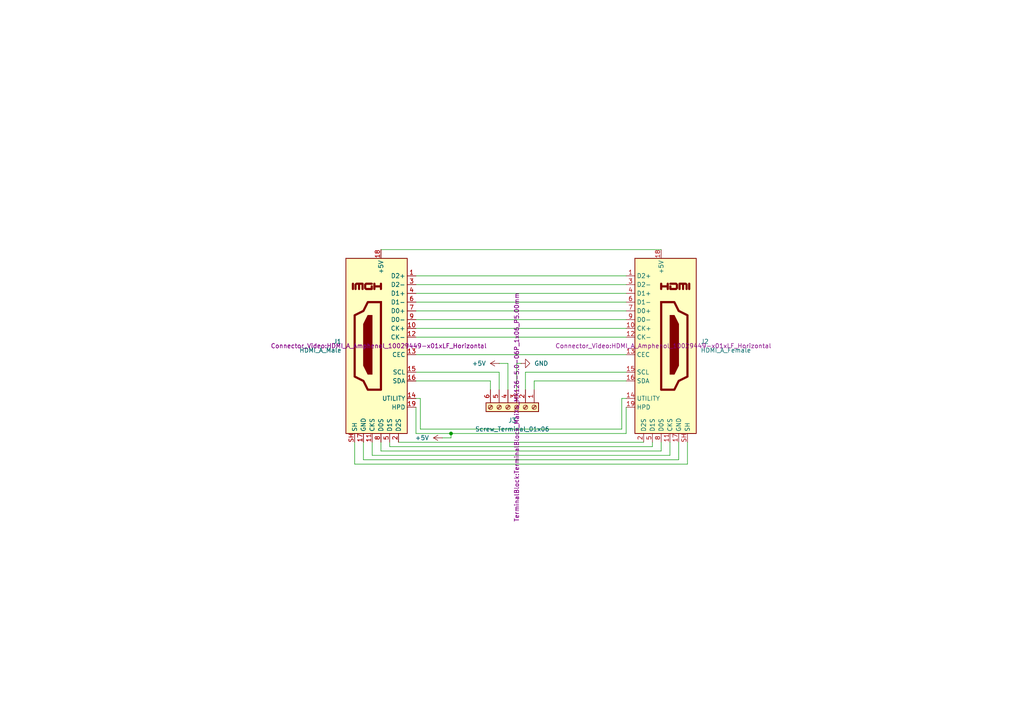
<source format=kicad_sch>
(kicad_sch
	(version 20250114)
	(generator "eeschema")
	(generator_version "9.0")
	(uuid "252eb908-61a3-4a01-bc62-19f913c978b3")
	(paper "A4")
	(lib_symbols
		(symbol "Connector:HDMI_A"
			(exclude_from_sim no)
			(in_bom yes)
			(on_board yes)
			(property "Reference" "J"
				(at -6.35 26.67 0)
				(effects
					(font
						(size 1.27 1.27)
					)
				)
			)
			(property "Value" "HDMI_A"
				(at 10.16 26.67 0)
				(effects
					(font
						(size 1.27 1.27)
					)
				)
			)
			(property "Footprint" ""
				(at 0.635 0 0)
				(effects
					(font
						(size 1.27 1.27)
					)
					(hide yes)
				)
			)
			(property "Datasheet" "https://en.wikipedia.org/wiki/HDMI"
				(at 0.635 0 0)
				(effects
					(font
						(size 1.27 1.27)
					)
					(hide yes)
				)
			)
			(property "Description" "HDMI type A connector"
				(at 0 0 0)
				(effects
					(font
						(size 1.27 1.27)
					)
					(hide yes)
				)
			)
			(property "ki_keywords" "hdmi conn"
				(at 0 0 0)
				(effects
					(font
						(size 1.27 1.27)
					)
					(hide yes)
				)
			)
			(property "ki_fp_filters" "HDMI*A*"
				(at 0 0 0)
				(effects
					(font
						(size 1.27 1.27)
					)
					(hide yes)
				)
			)
			(symbol "HDMI_A_0_0"
				(polyline
					(pts
						(xy 0 16.51) (xy 0 18.034) (xy 0 17.272) (xy 1.905 17.272) (xy 1.905 18.034) (xy 1.905 16.51)
					)
					(stroke
						(width 0.635)
						(type default)
					)
					(fill
						(type none)
					)
				)
				(polyline
					(pts
						(xy 2.667 18.034) (xy 4.318 18.034) (xy 4.572 17.78) (xy 4.572 16.764) (xy 4.318 16.51) (xy 2.667 16.51)
						(xy 2.667 17.272)
					)
					(stroke
						(width 0.635)
						(type default)
					)
					(fill
						(type none)
					)
				)
				(polyline
					(pts
						(xy 8.128 16.51) (xy 8.128 18.034)
					)
					(stroke
						(width 0.635)
						(type default)
					)
					(fill
						(type none)
					)
				)
			)
			(symbol "HDMI_A_0_1"
				(rectangle
					(start -7.62 25.4)
					(end 10.16 -25.4)
					(stroke
						(width 0.254)
						(type default)
					)
					(fill
						(type background)
					)
				)
				(polyline
					(pts
						(xy 0 12.7) (xy 0 -12.7) (xy 3.81 -12.7) (xy 5.08 -10.16) (xy 7.62 -8.89) (xy 7.62 8.89) (xy 5.08 10.16)
						(xy 3.81 12.7) (xy 0 12.7)
					)
					(stroke
						(width 0.635)
						(type default)
					)
					(fill
						(type none)
					)
				)
				(polyline
					(pts
						(xy 2.54 8.89) (xy 3.81 8.89) (xy 5.08 6.35) (xy 5.08 -5.715) (xy 3.81 -8.255) (xy 2.54 -8.255)
						(xy 2.54 8.89)
					)
					(stroke
						(width 0)
						(type default)
					)
					(fill
						(type outline)
					)
				)
				(polyline
					(pts
						(xy 5.334 16.51) (xy 5.334 18.034) (xy 6.35 18.034) (xy 6.35 16.51) (xy 6.35 18.034) (xy 7.112 18.034)
						(xy 7.366 17.78) (xy 7.366 16.51)
					)
					(stroke
						(width 0.635)
						(type default)
					)
					(fill
						(type none)
					)
				)
			)
			(symbol "HDMI_A_1_1"
				(pin passive line
					(at -10.16 20.32 0)
					(length 2.54)
					(name "D2+"
						(effects
							(font
								(size 1.27 1.27)
							)
						)
					)
					(number "1"
						(effects
							(font
								(size 1.27 1.27)
							)
						)
					)
				)
				(pin passive line
					(at -10.16 17.78 0)
					(length 2.54)
					(name "D2-"
						(effects
							(font
								(size 1.27 1.27)
							)
						)
					)
					(number "3"
						(effects
							(font
								(size 1.27 1.27)
							)
						)
					)
				)
				(pin passive line
					(at -10.16 15.24 0)
					(length 2.54)
					(name "D1+"
						(effects
							(font
								(size 1.27 1.27)
							)
						)
					)
					(number "4"
						(effects
							(font
								(size 1.27 1.27)
							)
						)
					)
				)
				(pin passive line
					(at -10.16 12.7 0)
					(length 2.54)
					(name "D1-"
						(effects
							(font
								(size 1.27 1.27)
							)
						)
					)
					(number "6"
						(effects
							(font
								(size 1.27 1.27)
							)
						)
					)
				)
				(pin passive line
					(at -10.16 10.16 0)
					(length 2.54)
					(name "D0+"
						(effects
							(font
								(size 1.27 1.27)
							)
						)
					)
					(number "7"
						(effects
							(font
								(size 1.27 1.27)
							)
						)
					)
				)
				(pin passive line
					(at -10.16 7.62 0)
					(length 2.54)
					(name "D0-"
						(effects
							(font
								(size 1.27 1.27)
							)
						)
					)
					(number "9"
						(effects
							(font
								(size 1.27 1.27)
							)
						)
					)
				)
				(pin passive line
					(at -10.16 5.08 0)
					(length 2.54)
					(name "CK+"
						(effects
							(font
								(size 1.27 1.27)
							)
						)
					)
					(number "10"
						(effects
							(font
								(size 1.27 1.27)
							)
						)
					)
				)
				(pin passive line
					(at -10.16 2.54 0)
					(length 2.54)
					(name "CK-"
						(effects
							(font
								(size 1.27 1.27)
							)
						)
					)
					(number "12"
						(effects
							(font
								(size 1.27 1.27)
							)
						)
					)
				)
				(pin bidirectional line
					(at -10.16 -2.54 0)
					(length 2.54)
					(name "CEC"
						(effects
							(font
								(size 1.27 1.27)
							)
						)
					)
					(number "13"
						(effects
							(font
								(size 1.27 1.27)
							)
						)
					)
				)
				(pin passive line
					(at -10.16 -7.62 0)
					(length 2.54)
					(name "SCL"
						(effects
							(font
								(size 1.27 1.27)
							)
						)
					)
					(number "15"
						(effects
							(font
								(size 1.27 1.27)
							)
						)
					)
				)
				(pin bidirectional line
					(at -10.16 -10.16 0)
					(length 2.54)
					(name "SDA"
						(effects
							(font
								(size 1.27 1.27)
							)
						)
					)
					(number "16"
						(effects
							(font
								(size 1.27 1.27)
							)
						)
					)
				)
				(pin passive line
					(at -10.16 -15.24 0)
					(length 2.54)
					(name "UTILITY"
						(effects
							(font
								(size 1.27 1.27)
							)
						)
					)
					(number "14"
						(effects
							(font
								(size 1.27 1.27)
							)
						)
					)
				)
				(pin passive line
					(at -10.16 -17.78 0)
					(length 2.54)
					(name "HPD"
						(effects
							(font
								(size 1.27 1.27)
							)
						)
					)
					(number "19"
						(effects
							(font
								(size 1.27 1.27)
							)
						)
					)
				)
				(pin power_in line
					(at -5.08 -27.94 90)
					(length 2.54)
					(name "D2S"
						(effects
							(font
								(size 1.27 1.27)
							)
						)
					)
					(number "2"
						(effects
							(font
								(size 1.27 1.27)
							)
						)
					)
				)
				(pin power_in line
					(at -2.54 -27.94 90)
					(length 2.54)
					(name "D1S"
						(effects
							(font
								(size 1.27 1.27)
							)
						)
					)
					(number "5"
						(effects
							(font
								(size 1.27 1.27)
							)
						)
					)
				)
				(pin power_in line
					(at 0 27.94 270)
					(length 2.54)
					(name "+5V"
						(effects
							(font
								(size 1.27 1.27)
							)
						)
					)
					(number "18"
						(effects
							(font
								(size 1.27 1.27)
							)
						)
					)
				)
				(pin power_in line
					(at 0 -27.94 90)
					(length 2.54)
					(name "D0S"
						(effects
							(font
								(size 1.27 1.27)
							)
						)
					)
					(number "8"
						(effects
							(font
								(size 1.27 1.27)
							)
						)
					)
				)
				(pin power_in line
					(at 2.54 -27.94 90)
					(length 2.54)
					(name "CKS"
						(effects
							(font
								(size 1.27 1.27)
							)
						)
					)
					(number "11"
						(effects
							(font
								(size 1.27 1.27)
							)
						)
					)
				)
				(pin power_in line
					(at 5.08 -27.94 90)
					(length 2.54)
					(name "GND"
						(effects
							(font
								(size 1.27 1.27)
							)
						)
					)
					(number "17"
						(effects
							(font
								(size 1.27 1.27)
							)
						)
					)
				)
				(pin passive line
					(at 7.62 -27.94 90)
					(length 2.54)
					(name "SH"
						(effects
							(font
								(size 1.27 1.27)
							)
						)
					)
					(number "SH"
						(effects
							(font
								(size 1.27 1.27)
							)
						)
					)
				)
			)
			(embedded_fonts no)
		)
		(symbol "Connector:Screw_Terminal_01x06"
			(pin_names
				(offset 1.016)
				(hide yes)
			)
			(exclude_from_sim no)
			(in_bom yes)
			(on_board yes)
			(property "Reference" "J"
				(at 0 7.62 0)
				(effects
					(font
						(size 1.27 1.27)
					)
				)
			)
			(property "Value" "Screw_Terminal_01x06"
				(at 0 -10.16 0)
				(effects
					(font
						(size 1.27 1.27)
					)
				)
			)
			(property "Footprint" ""
				(at 0 0 0)
				(effects
					(font
						(size 1.27 1.27)
					)
					(hide yes)
				)
			)
			(property "Datasheet" "~"
				(at 0 0 0)
				(effects
					(font
						(size 1.27 1.27)
					)
					(hide yes)
				)
			)
			(property "Description" "Generic screw terminal, single row, 01x06, script generated (kicad-library-utils/schlib/autogen/connector/)"
				(at 0 0 0)
				(effects
					(font
						(size 1.27 1.27)
					)
					(hide yes)
				)
			)
			(property "ki_keywords" "screw terminal"
				(at 0 0 0)
				(effects
					(font
						(size 1.27 1.27)
					)
					(hide yes)
				)
			)
			(property "ki_fp_filters" "TerminalBlock*:*"
				(at 0 0 0)
				(effects
					(font
						(size 1.27 1.27)
					)
					(hide yes)
				)
			)
			(symbol "Screw_Terminal_01x06_1_1"
				(rectangle
					(start -1.27 6.35)
					(end 1.27 -8.89)
					(stroke
						(width 0.254)
						(type default)
					)
					(fill
						(type background)
					)
				)
				(polyline
					(pts
						(xy -0.5334 5.4102) (xy 0.3302 4.572)
					)
					(stroke
						(width 0.1524)
						(type default)
					)
					(fill
						(type none)
					)
				)
				(polyline
					(pts
						(xy -0.5334 2.8702) (xy 0.3302 2.032)
					)
					(stroke
						(width 0.1524)
						(type default)
					)
					(fill
						(type none)
					)
				)
				(polyline
					(pts
						(xy -0.5334 0.3302) (xy 0.3302 -0.508)
					)
					(stroke
						(width 0.1524)
						(type default)
					)
					(fill
						(type none)
					)
				)
				(polyline
					(pts
						(xy -0.5334 -2.2098) (xy 0.3302 -3.048)
					)
					(stroke
						(width 0.1524)
						(type default)
					)
					(fill
						(type none)
					)
				)
				(polyline
					(pts
						(xy -0.5334 -4.7498) (xy 0.3302 -5.588)
					)
					(stroke
						(width 0.1524)
						(type default)
					)
					(fill
						(type none)
					)
				)
				(polyline
					(pts
						(xy -0.5334 -7.2898) (xy 0.3302 -8.128)
					)
					(stroke
						(width 0.1524)
						(type default)
					)
					(fill
						(type none)
					)
				)
				(polyline
					(pts
						(xy -0.3556 5.588) (xy 0.508 4.7498)
					)
					(stroke
						(width 0.1524)
						(type default)
					)
					(fill
						(type none)
					)
				)
				(polyline
					(pts
						(xy -0.3556 3.048) (xy 0.508 2.2098)
					)
					(stroke
						(width 0.1524)
						(type default)
					)
					(fill
						(type none)
					)
				)
				(polyline
					(pts
						(xy -0.3556 0.508) (xy 0.508 -0.3302)
					)
					(stroke
						(width 0.1524)
						(type default)
					)
					(fill
						(type none)
					)
				)
				(polyline
					(pts
						(xy -0.3556 -2.032) (xy 0.508 -2.8702)
					)
					(stroke
						(width 0.1524)
						(type default)
					)
					(fill
						(type none)
					)
				)
				(polyline
					(pts
						(xy -0.3556 -4.572) (xy 0.508 -5.4102)
					)
					(stroke
						(width 0.1524)
						(type default)
					)
					(fill
						(type none)
					)
				)
				(polyline
					(pts
						(xy -0.3556 -7.112) (xy 0.508 -7.9502)
					)
					(stroke
						(width 0.1524)
						(type default)
					)
					(fill
						(type none)
					)
				)
				(circle
					(center 0 5.08)
					(radius 0.635)
					(stroke
						(width 0.1524)
						(type default)
					)
					(fill
						(type none)
					)
				)
				(circle
					(center 0 2.54)
					(radius 0.635)
					(stroke
						(width 0.1524)
						(type default)
					)
					(fill
						(type none)
					)
				)
				(circle
					(center 0 0)
					(radius 0.635)
					(stroke
						(width 0.1524)
						(type default)
					)
					(fill
						(type none)
					)
				)
				(circle
					(center 0 -2.54)
					(radius 0.635)
					(stroke
						(width 0.1524)
						(type default)
					)
					(fill
						(type none)
					)
				)
				(circle
					(center 0 -5.08)
					(radius 0.635)
					(stroke
						(width 0.1524)
						(type default)
					)
					(fill
						(type none)
					)
				)
				(circle
					(center 0 -7.62)
					(radius 0.635)
					(stroke
						(width 0.1524)
						(type default)
					)
					(fill
						(type none)
					)
				)
				(pin passive line
					(at -5.08 5.08 0)
					(length 3.81)
					(name "Pin_1"
						(effects
							(font
								(size 1.27 1.27)
							)
						)
					)
					(number "1"
						(effects
							(font
								(size 1.27 1.27)
							)
						)
					)
				)
				(pin passive line
					(at -5.08 2.54 0)
					(length 3.81)
					(name "Pin_2"
						(effects
							(font
								(size 1.27 1.27)
							)
						)
					)
					(number "2"
						(effects
							(font
								(size 1.27 1.27)
							)
						)
					)
				)
				(pin passive line
					(at -5.08 0 0)
					(length 3.81)
					(name "Pin_3"
						(effects
							(font
								(size 1.27 1.27)
							)
						)
					)
					(number "3"
						(effects
							(font
								(size 1.27 1.27)
							)
						)
					)
				)
				(pin passive line
					(at -5.08 -2.54 0)
					(length 3.81)
					(name "Pin_4"
						(effects
							(font
								(size 1.27 1.27)
							)
						)
					)
					(number "4"
						(effects
							(font
								(size 1.27 1.27)
							)
						)
					)
				)
				(pin passive line
					(at -5.08 -5.08 0)
					(length 3.81)
					(name "Pin_5"
						(effects
							(font
								(size 1.27 1.27)
							)
						)
					)
					(number "5"
						(effects
							(font
								(size 1.27 1.27)
							)
						)
					)
				)
				(pin passive line
					(at -5.08 -7.62 0)
					(length 3.81)
					(name "Pin_6"
						(effects
							(font
								(size 1.27 1.27)
							)
						)
					)
					(number "6"
						(effects
							(font
								(size 1.27 1.27)
							)
						)
					)
				)
			)
			(embedded_fonts no)
		)
		(symbol "power:+5V"
			(power)
			(pin_numbers
				(hide yes)
			)
			(pin_names
				(offset 0)
				(hide yes)
			)
			(exclude_from_sim no)
			(in_bom yes)
			(on_board yes)
			(property "Reference" "#PWR"
				(at 0 -3.81 0)
				(effects
					(font
						(size 1.27 1.27)
					)
					(hide yes)
				)
			)
			(property "Value" "+5V"
				(at 0 3.556 0)
				(effects
					(font
						(size 1.27 1.27)
					)
				)
			)
			(property "Footprint" ""
				(at 0 0 0)
				(effects
					(font
						(size 1.27 1.27)
					)
					(hide yes)
				)
			)
			(property "Datasheet" ""
				(at 0 0 0)
				(effects
					(font
						(size 1.27 1.27)
					)
					(hide yes)
				)
			)
			(property "Description" "Power symbol creates a global label with name \"+5V\""
				(at 0 0 0)
				(effects
					(font
						(size 1.27 1.27)
					)
					(hide yes)
				)
			)
			(property "ki_keywords" "global power"
				(at 0 0 0)
				(effects
					(font
						(size 1.27 1.27)
					)
					(hide yes)
				)
			)
			(symbol "+5V_0_1"
				(polyline
					(pts
						(xy -0.762 1.27) (xy 0 2.54)
					)
					(stroke
						(width 0)
						(type default)
					)
					(fill
						(type none)
					)
				)
				(polyline
					(pts
						(xy 0 2.54) (xy 0.762 1.27)
					)
					(stroke
						(width 0)
						(type default)
					)
					(fill
						(type none)
					)
				)
				(polyline
					(pts
						(xy 0 0) (xy 0 2.54)
					)
					(stroke
						(width 0)
						(type default)
					)
					(fill
						(type none)
					)
				)
			)
			(symbol "+5V_1_1"
				(pin power_in line
					(at 0 0 90)
					(length 0)
					(name "~"
						(effects
							(font
								(size 1.27 1.27)
							)
						)
					)
					(number "1"
						(effects
							(font
								(size 1.27 1.27)
							)
						)
					)
				)
			)
			(embedded_fonts no)
		)
		(symbol "power:GND"
			(power)
			(pin_numbers
				(hide yes)
			)
			(pin_names
				(offset 0)
				(hide yes)
			)
			(exclude_from_sim no)
			(in_bom yes)
			(on_board yes)
			(property "Reference" "#PWR"
				(at 0 -6.35 0)
				(effects
					(font
						(size 1.27 1.27)
					)
					(hide yes)
				)
			)
			(property "Value" "GND"
				(at 0 -3.81 0)
				(effects
					(font
						(size 1.27 1.27)
					)
				)
			)
			(property "Footprint" ""
				(at 0 0 0)
				(effects
					(font
						(size 1.27 1.27)
					)
					(hide yes)
				)
			)
			(property "Datasheet" ""
				(at 0 0 0)
				(effects
					(font
						(size 1.27 1.27)
					)
					(hide yes)
				)
			)
			(property "Description" "Power symbol creates a global label with name \"GND\" , ground"
				(at 0 0 0)
				(effects
					(font
						(size 1.27 1.27)
					)
					(hide yes)
				)
			)
			(property "ki_keywords" "global power"
				(at 0 0 0)
				(effects
					(font
						(size 1.27 1.27)
					)
					(hide yes)
				)
			)
			(symbol "GND_0_1"
				(polyline
					(pts
						(xy 0 0) (xy 0 -1.27) (xy 1.27 -1.27) (xy 0 -2.54) (xy -1.27 -1.27) (xy 0 -1.27)
					)
					(stroke
						(width 0)
						(type default)
					)
					(fill
						(type none)
					)
				)
			)
			(symbol "GND_1_1"
				(pin power_in line
					(at 0 0 270)
					(length 0)
					(name "~"
						(effects
							(font
								(size 1.27 1.27)
							)
						)
					)
					(number "1"
						(effects
							(font
								(size 1.27 1.27)
							)
						)
					)
				)
			)
			(embedded_fonts no)
		)
	)
	(junction
		(at 130.81 125.73)
		(diameter 0)
		(color 0 0 0 0)
		(uuid "4b663332-a8c2-4540-b523-9c3bb4a17fb0")
	)
	(wire
		(pts
			(xy 199.39 128.27) (xy 199.39 134.62)
		)
		(stroke
			(width 0)
			(type default)
		)
		(uuid "020d1acd-7a4a-47fe-823b-177110bcb5b2")
	)
	(wire
		(pts
			(xy 120.65 118.11) (xy 120.65 125.73)
		)
		(stroke
			(width 0)
			(type default)
		)
		(uuid "02721286-998f-4f5f-bc06-2d3501951c0c")
	)
	(wire
		(pts
			(xy 152.4 107.95) (xy 181.61 107.95)
		)
		(stroke
			(width 0)
			(type default)
		)
		(uuid "11b12bac-a6ef-43a8-812e-4ad2cc5e18d9")
	)
	(wire
		(pts
			(xy 120.65 87.63) (xy 181.61 87.63)
		)
		(stroke
			(width 0)
			(type default)
		)
		(uuid "1594fe90-5c15-49dd-82df-14da0c155cad")
	)
	(wire
		(pts
			(xy 120.65 82.55) (xy 181.61 82.55)
		)
		(stroke
			(width 0)
			(type default)
		)
		(uuid "1a119cd5-be53-4f06-8b77-c3cab4c436ba")
	)
	(wire
		(pts
			(xy 154.94 110.49) (xy 181.61 110.49)
		)
		(stroke
			(width 0)
			(type default)
		)
		(uuid "1a7562e0-b1d1-4d0b-876f-00c49565d887")
	)
	(wire
		(pts
			(xy 120.65 90.17) (xy 181.61 90.17)
		)
		(stroke
			(width 0)
			(type default)
		)
		(uuid "1ebe6f1a-1416-4230-ad7e-ea63c9fa428a")
	)
	(wire
		(pts
			(xy 113.03 128.27) (xy 113.03 129.54)
		)
		(stroke
			(width 0)
			(type default)
		)
		(uuid "20587c6b-bb0f-4c7e-acfd-36f7bba908ad")
	)
	(wire
		(pts
			(xy 189.23 129.54) (xy 113.03 129.54)
		)
		(stroke
			(width 0)
			(type default)
		)
		(uuid "2306b0df-5d75-4db4-a4fa-1b3f10273b8a")
	)
	(wire
		(pts
			(xy 149.86 105.41) (xy 149.86 113.03)
		)
		(stroke
			(width 0)
			(type default)
		)
		(uuid "2822ebdf-366d-4937-b45a-616b79651600")
	)
	(wire
		(pts
			(xy 189.23 128.27) (xy 189.23 129.54)
		)
		(stroke
			(width 0)
			(type default)
		)
		(uuid "2fea071a-5a84-497d-a70f-18508db51eb8")
	)
	(wire
		(pts
			(xy 120.65 95.25) (xy 181.61 95.25)
		)
		(stroke
			(width 0)
			(type default)
		)
		(uuid "2ff844d3-4a8f-4a5c-b34d-47873cd4dece")
	)
	(wire
		(pts
			(xy 196.85 133.35) (xy 196.85 128.27)
		)
		(stroke
			(width 0)
			(type default)
		)
		(uuid "37bfd929-85ef-4e03-ae0a-390da43716e3")
	)
	(wire
		(pts
			(xy 120.65 107.95) (xy 144.78 107.95)
		)
		(stroke
			(width 0)
			(type default)
		)
		(uuid "3e9b4015-0a7f-4651-885e-6f313bc586cb")
	)
	(wire
		(pts
			(xy 191.77 128.27) (xy 191.77 130.81)
		)
		(stroke
			(width 0)
			(type default)
		)
		(uuid "3f248b5c-dbb9-4194-aa5c-6c67b6a662e8")
	)
	(wire
		(pts
			(xy 144.78 107.95) (xy 144.78 113.03)
		)
		(stroke
			(width 0)
			(type default)
		)
		(uuid "4a890ae8-3a9d-494d-a6f9-457bae79240a")
	)
	(wire
		(pts
			(xy 120.65 110.49) (xy 142.24 110.49)
		)
		(stroke
			(width 0)
			(type default)
		)
		(uuid "4faee31e-2a40-4dbe-a653-636eee8c2e15")
	)
	(wire
		(pts
			(xy 120.65 80.01) (xy 181.61 80.01)
		)
		(stroke
			(width 0)
			(type default)
		)
		(uuid "511724c4-49e8-44c0-8c60-21e05fce5ac8")
	)
	(wire
		(pts
			(xy 181.61 115.57) (xy 180.34 115.57)
		)
		(stroke
			(width 0)
			(type default)
		)
		(uuid "51858377-4064-478e-b32b-cb91438d5589")
	)
	(wire
		(pts
			(xy 130.81 127) (xy 130.81 125.73)
		)
		(stroke
			(width 0)
			(type default)
		)
		(uuid "56c17124-3e3e-42f8-9078-af502ba75bb9")
	)
	(wire
		(pts
			(xy 105.41 133.35) (xy 196.85 133.35)
		)
		(stroke
			(width 0)
			(type default)
		)
		(uuid "59942f40-c2d8-4af7-bd70-7a5ec6629e6d")
	)
	(wire
		(pts
			(xy 128.27 127) (xy 130.81 127)
		)
		(stroke
			(width 0)
			(type default)
		)
		(uuid "5d294e52-5455-4187-9d26-217e77647a73")
	)
	(wire
		(pts
			(xy 102.87 128.27) (xy 102.87 134.62)
		)
		(stroke
			(width 0)
			(type default)
		)
		(uuid "631a268b-ddf7-48db-bf25-4621cca2b9e9")
	)
	(wire
		(pts
			(xy 120.65 85.09) (xy 181.61 85.09)
		)
		(stroke
			(width 0)
			(type default)
		)
		(uuid "65a15e42-8396-4134-a9a5-8a6a1a420051")
	)
	(wire
		(pts
			(xy 147.32 105.41) (xy 144.78 105.41)
		)
		(stroke
			(width 0)
			(type default)
		)
		(uuid "681e6fc5-f50b-4bf2-b205-2bdddc38d1bf")
	)
	(wire
		(pts
			(xy 152.4 113.03) (xy 152.4 107.95)
		)
		(stroke
			(width 0)
			(type default)
		)
		(uuid "6b269f3c-81ba-43ca-b36f-e6fae9ea75f0")
	)
	(wire
		(pts
			(xy 110.49 130.81) (xy 191.77 130.81)
		)
		(stroke
			(width 0)
			(type default)
		)
		(uuid "71c511ed-5b46-493c-a289-4f8a9f3eedbe")
	)
	(wire
		(pts
			(xy 107.95 128.27) (xy 107.95 132.08)
		)
		(stroke
			(width 0)
			(type default)
		)
		(uuid "7489ab6b-87d2-435d-90ca-63d080205935")
	)
	(wire
		(pts
			(xy 102.87 134.62) (xy 199.39 134.62)
		)
		(stroke
			(width 0)
			(type default)
		)
		(uuid "7872d55f-1f46-4d12-866b-d7b3c3757e82")
	)
	(wire
		(pts
			(xy 142.24 110.49) (xy 142.24 113.03)
		)
		(stroke
			(width 0)
			(type default)
		)
		(uuid "7b37dc1d-6148-4874-80f7-118ffae796a0")
	)
	(wire
		(pts
			(xy 105.41 128.27) (xy 105.41 133.35)
		)
		(stroke
			(width 0)
			(type default)
		)
		(uuid "7dabafe8-ecb6-48d7-bddb-2a7fc82c00a1")
	)
	(wire
		(pts
			(xy 121.92 115.57) (xy 120.65 115.57)
		)
		(stroke
			(width 0)
			(type default)
		)
		(uuid "7e176cf3-5259-43da-803e-6a080e215cd4")
	)
	(wire
		(pts
			(xy 180.34 124.46) (xy 121.92 124.46)
		)
		(stroke
			(width 0)
			(type default)
		)
		(uuid "8543ebd1-44aa-4972-84b9-b9a3e1ca8738")
	)
	(wire
		(pts
			(xy 180.34 115.57) (xy 180.34 124.46)
		)
		(stroke
			(width 0)
			(type default)
		)
		(uuid "8d0793c4-97d2-4221-a11c-549f57a2a7f8")
	)
	(wire
		(pts
			(xy 154.94 113.03) (xy 154.94 110.49)
		)
		(stroke
			(width 0)
			(type default)
		)
		(uuid "8fc32f03-5da9-4fed-a631-ba370084f5d3")
	)
	(wire
		(pts
			(xy 120.65 97.79) (xy 181.61 97.79)
		)
		(stroke
			(width 0)
			(type default)
		)
		(uuid "94c2e0b7-e92a-43eb-9bff-8804e7d0cdf3")
	)
	(wire
		(pts
			(xy 120.65 102.87) (xy 181.61 102.87)
		)
		(stroke
			(width 0)
			(type default)
		)
		(uuid "95dcd3bf-0df6-4338-b4d0-f0074f876857")
	)
	(wire
		(pts
			(xy 120.65 125.73) (xy 130.81 125.73)
		)
		(stroke
			(width 0)
			(type default)
		)
		(uuid "970a2f1c-47c0-4311-af7c-9dd1863c98f7")
	)
	(wire
		(pts
			(xy 110.49 128.27) (xy 110.49 130.81)
		)
		(stroke
			(width 0)
			(type default)
		)
		(uuid "988fe1b3-d7fe-4ee8-9fe6-4f7aac6dda58")
	)
	(wire
		(pts
			(xy 130.81 125.73) (xy 181.61 125.73)
		)
		(stroke
			(width 0)
			(type default)
		)
		(uuid "9bc1b311-38d6-4b36-871d-92780628a933")
	)
	(wire
		(pts
			(xy 110.49 72.39) (xy 191.77 72.39)
		)
		(stroke
			(width 0)
			(type default)
		)
		(uuid "a3ad2875-2c65-4762-a3ef-9a0b056641fd")
	)
	(wire
		(pts
			(xy 194.31 128.27) (xy 194.31 132.08)
		)
		(stroke
			(width 0)
			(type default)
		)
		(uuid "a8df103e-19dc-461b-8273-f48fd185d534")
	)
	(wire
		(pts
			(xy 194.31 132.08) (xy 107.95 132.08)
		)
		(stroke
			(width 0)
			(type default)
		)
		(uuid "aa8ac7ae-1645-4d31-bbc2-ac716a380a53")
	)
	(wire
		(pts
			(xy 115.57 128.27) (xy 186.69 128.27)
		)
		(stroke
			(width 0)
			(type default)
		)
		(uuid "b9ada84d-aefe-4b73-9458-4fd3251bc85d")
	)
	(wire
		(pts
			(xy 120.65 92.71) (xy 181.61 92.71)
		)
		(stroke
			(width 0)
			(type default)
		)
		(uuid "bbbac650-f3a5-40c6-bb96-c2627901dce3")
	)
	(wire
		(pts
			(xy 147.32 105.41) (xy 147.32 113.03)
		)
		(stroke
			(width 0)
			(type default)
		)
		(uuid "d0036c53-2b4a-4fd5-8f01-b8b195834e39")
	)
	(wire
		(pts
			(xy 121.92 124.46) (xy 121.92 115.57)
		)
		(stroke
			(width 0)
			(type default)
		)
		(uuid "d1505ffe-aead-4695-be11-4e54a574a081")
	)
	(wire
		(pts
			(xy 151.13 105.41) (xy 149.86 105.41)
		)
		(stroke
			(width 0)
			(type default)
		)
		(uuid "d1e47a75-6b88-4e53-9227-88110c51106d")
	)
	(wire
		(pts
			(xy 181.61 125.73) (xy 181.61 118.11)
		)
		(stroke
			(width 0)
			(type default)
		)
		(uuid "fd23015b-7fca-4627-9252-37047c81c8af")
	)
	(symbol
		(lib_id "power:+5V")
		(at 128.27 127 90)
		(unit 1)
		(exclude_from_sim no)
		(in_bom yes)
		(on_board yes)
		(dnp no)
		(fields_autoplaced yes)
		(uuid "06f14ade-2e19-4c55-aac0-7c961ae1670e")
		(property "Reference" "#PWR03"
			(at 132.08 127 0)
			(effects
				(font
					(size 1.27 1.27)
				)
				(hide yes)
			)
		)
		(property "Value" "+5V"
			(at 124.46 126.9999 90)
			(effects
				(font
					(size 1.27 1.27)
				)
				(justify left)
			)
		)
		(property "Footprint" ""
			(at 128.27 127 0)
			(effects
				(font
					(size 1.27 1.27)
				)
				(hide yes)
			)
		)
		(property "Datasheet" ""
			(at 128.27 127 0)
			(effects
				(font
					(size 1.27 1.27)
				)
				(hide yes)
			)
		)
		(property "Description" "Power symbol creates a global label with name \"+5V\""
			(at 128.27 127 0)
			(effects
				(font
					(size 1.27 1.27)
				)
				(hide yes)
			)
		)
		(pin "1"
			(uuid "c4f82840-1c8b-4ca1-a2c2-cb5b6298e4b6")
		)
		(instances
			(project ""
				(path "/252eb908-61a3-4a01-bc62-19f913c978b3"
					(reference "#PWR03")
					(unit 1)
				)
			)
		)
	)
	(symbol
		(lib_id "Connector:Screw_Terminal_01x06")
		(at 149.86 118.11 270)
		(unit 1)
		(exclude_from_sim no)
		(in_bom yes)
		(on_board yes)
		(dnp no)
		(fields_autoplaced yes)
		(uuid "6ceff41f-e48f-4b25-be22-1d269a3a7ed4")
		(property "Reference" "J3"
			(at 148.59 121.92 90)
			(effects
				(font
					(size 1.27 1.27)
				)
			)
		)
		(property "Value" "Screw_Terminal_01x06"
			(at 148.59 124.46 90)
			(effects
				(font
					(size 1.27 1.27)
				)
			)
		)
		(property "Footprint" "TerminalBlock:TerminalBlock_MaiXu_MX126-5.0-06P_1x06_P5.00mm"
			(at 149.86 118.11 0)
			(effects
				(font
					(size 1.27 1.27)
				)
			)
		)
		(property "Datasheet" "~"
			(at 149.86 118.11 0)
			(effects
				(font
					(size 1.27 1.27)
				)
				(hide yes)
			)
		)
		(property "Description" "Generic screw terminal, single row, 01x06, script generated (kicad-library-utils/schlib/autogen/connector/)"
			(at 149.86 118.11 0)
			(effects
				(font
					(size 1.27 1.27)
				)
				(hide yes)
			)
		)
		(pin "6"
			(uuid "00b23115-5329-4722-ae9a-4a7f81976a96")
		)
		(pin "3"
			(uuid "d22422d6-6d3e-43c1-90d5-444c9e3ecd59")
		)
		(pin "2"
			(uuid "37babe4e-6848-44d6-b01a-a4b6afdf795c")
		)
		(pin "4"
			(uuid "11f1b065-2c18-46f6-92c9-434c0b1b30bd")
		)
		(pin "5"
			(uuid "7186c82c-a3e7-41d8-8dca-acab6080e571")
		)
		(pin "1"
			(uuid "8f8be00b-9587-4652-9e0c-55c99ff0df78")
		)
		(instances
			(project ""
				(path "/252eb908-61a3-4a01-bc62-19f913c978b3"
					(reference "J3")
					(unit 1)
				)
			)
		)
	)
	(symbol
		(lib_id "Connector:HDMI_A")
		(at 191.77 100.33 0)
		(unit 1)
		(exclude_from_sim no)
		(in_bom yes)
		(on_board yes)
		(dnp no)
		(fields_autoplaced yes)
		(uuid "718be0c7-0719-4d6c-91d5-5d864e3424dd")
		(property "Reference" "J2"
			(at 203.2 99.0599 0)
			(effects
				(font
					(size 1.27 1.27)
				)
				(justify left)
			)
		)
		(property "Value" "HDMI_A_Female"
			(at 203.2 101.5999 0)
			(effects
				(font
					(size 1.27 1.27)
				)
				(justify left)
			)
		)
		(property "Footprint" "Connector_Video:HDMI_A_Amphenol_10029449-x01xLF_Horizontal"
			(at 192.405 100.33 0)
			(effects
				(font
					(size 1.27 1.27)
				)
			)
		)
		(property "Datasheet" "https://en.wikipedia.org/wiki/HDMI"
			(at 192.405 100.33 0)
			(effects
				(font
					(size 1.27 1.27)
				)
				(hide yes)
			)
		)
		(property "Description" "HDMI type A connector"
			(at 191.77 100.33 0)
			(effects
				(font
					(size 1.27 1.27)
				)
				(hide yes)
			)
		)
		(pin "SH"
			(uuid "e5befc4e-1cdc-4160-93ad-021e76312465")
		)
		(pin "14"
			(uuid "146c0e17-fabe-4aac-a66b-a72edd501bde")
		)
		(pin "8"
			(uuid "76c2030f-b1d0-409e-a1e6-c1587234d28f")
		)
		(pin "12"
			(uuid "281a2f8b-605b-42e9-9a6b-767efdaf03a9")
		)
		(pin "16"
			(uuid "baae36c2-652a-4db3-9eee-b41f0cfec108")
		)
		(pin "3"
			(uuid "bc0c3673-b0bc-4bd9-b791-e26116b81eaf")
		)
		(pin "15"
			(uuid "c8f04457-ebaf-4c64-afdd-24519c56814f")
		)
		(pin "18"
			(uuid "a2de5308-1242-4979-90f4-2645705f86d5")
		)
		(pin "11"
			(uuid "1c996fcf-46df-48c9-ae2b-38ea974dab09")
		)
		(pin "19"
			(uuid "76e35430-6cb6-4632-aa97-c97c078d3563")
		)
		(pin "9"
			(uuid "a7bb2a0c-b8c1-44b5-842d-bc88135f07a0")
		)
		(pin "17"
			(uuid "761a7b83-d953-4023-8038-dee67f59f5af")
		)
		(pin "7"
			(uuid "0a3da8b2-3a1a-4b5c-b381-293feabd8855")
		)
		(pin "13"
			(uuid "217e779b-63ff-4592-99a8-6ad54960929b")
		)
		(pin "4"
			(uuid "32c22f05-7483-4a20-b8a3-d20ca53ae1cc")
		)
		(pin "1"
			(uuid "da2f0b74-7047-43f6-95d8-531c65ef9c84")
		)
		(pin "5"
			(uuid "e3a1d1f6-de19-4891-98f7-d255912a8610")
		)
		(pin "2"
			(uuid "d2e488c8-f230-49db-a03f-59865498a058")
		)
		(pin "10"
			(uuid "526f14b1-00ba-4e73-8b71-f24b5553b709")
		)
		(pin "6"
			(uuid "85fcd29a-119f-400d-883c-93106a81ab5e")
		)
		(instances
			(project ""
				(path "/252eb908-61a3-4a01-bc62-19f913c978b3"
					(reference "J2")
					(unit 1)
				)
			)
		)
	)
	(symbol
		(lib_id "power:+5V")
		(at 144.78 105.41 90)
		(unit 1)
		(exclude_from_sim no)
		(in_bom yes)
		(on_board yes)
		(dnp no)
		(fields_autoplaced yes)
		(uuid "76c0f4ee-e0c0-4ebb-84ad-84766adbd7be")
		(property "Reference" "#PWR02"
			(at 148.59 105.41 0)
			(effects
				(font
					(size 1.27 1.27)
				)
				(hide yes)
			)
		)
		(property "Value" "+5V"
			(at 140.97 105.4099 90)
			(effects
				(font
					(size 1.27 1.27)
				)
				(justify left)
			)
		)
		(property "Footprint" ""
			(at 144.78 105.41 0)
			(effects
				(font
					(size 1.27 1.27)
				)
				(hide yes)
			)
		)
		(property "Datasheet" ""
			(at 144.78 105.41 0)
			(effects
				(font
					(size 1.27 1.27)
				)
				(hide yes)
			)
		)
		(property "Description" "Power symbol creates a global label with name \"+5V\""
			(at 144.78 105.41 0)
			(effects
				(font
					(size 1.27 1.27)
				)
				(hide yes)
			)
		)
		(pin "1"
			(uuid "449bae89-a1ee-4b7a-85db-ca5abbefc71b")
		)
		(instances
			(project ""
				(path "/252eb908-61a3-4a01-bc62-19f913c978b3"
					(reference "#PWR02")
					(unit 1)
				)
			)
		)
	)
	(symbol
		(lib_id "power:GND")
		(at 151.13 105.41 90)
		(unit 1)
		(exclude_from_sim no)
		(in_bom yes)
		(on_board yes)
		(dnp no)
		(fields_autoplaced yes)
		(uuid "7a8ab664-14de-48c8-beef-2036990ef7e8")
		(property "Reference" "#PWR01"
			(at 157.48 105.41 0)
			(effects
				(font
					(size 1.27 1.27)
				)
				(hide yes)
			)
		)
		(property "Value" "GND"
			(at 154.94 105.4099 90)
			(effects
				(font
					(size 1.27 1.27)
				)
				(justify right)
			)
		)
		(property "Footprint" ""
			(at 151.13 105.41 0)
			(effects
				(font
					(size 1.27 1.27)
				)
				(hide yes)
			)
		)
		(property "Datasheet" ""
			(at 151.13 105.41 0)
			(effects
				(font
					(size 1.27 1.27)
				)
				(hide yes)
			)
		)
		(property "Description" "Power symbol creates a global label with name \"GND\" , ground"
			(at 151.13 105.41 0)
			(effects
				(font
					(size 1.27 1.27)
				)
				(hide yes)
			)
		)
		(pin "1"
			(uuid "7e8834b1-4d59-4a10-ba14-2e3fadb929fa")
		)
		(instances
			(project ""
				(path "/252eb908-61a3-4a01-bc62-19f913c978b3"
					(reference "#PWR01")
					(unit 1)
				)
			)
		)
	)
	(symbol
		(lib_id "Connector:HDMI_A")
		(at 110.49 100.33 0)
		(mirror y)
		(unit 1)
		(exclude_from_sim no)
		(in_bom yes)
		(on_board yes)
		(dnp no)
		(uuid "7daac963-187c-4c74-9ce9-ccb45fe664b4")
		(property "Reference" "J1"
			(at 99.06 99.0599 0)
			(effects
				(font
					(size 1.27 1.27)
				)
				(justify left)
			)
		)
		(property "Value" "HDMI_A_Male"
			(at 99.06 101.5999 0)
			(effects
				(font
					(size 1.27 1.27)
				)
				(justify left)
			)
		)
		(property "Footprint" "Connector_Video:HDMI_A_Amphenol_10029449-x01xLF_Horizontal"
			(at 109.855 100.33 0)
			(effects
				(font
					(size 1.27 1.27)
				)
			)
		)
		(property "Datasheet" "https://en.wikipedia.org/wiki/HDMI"
			(at 109.855 100.33 0)
			(effects
				(font
					(size 1.27 1.27)
				)
				(hide yes)
			)
		)
		(property "Description" "HDMI type A connector"
			(at 110.49 100.33 0)
			(effects
				(font
					(size 1.27 1.27)
				)
				(hide yes)
			)
		)
		(pin "16"
			(uuid "03deb673-edd5-409a-8bbb-f5b83ebb1926")
		)
		(pin "8"
			(uuid "2aa36f80-210a-4e46-a20d-b197e4c773a8")
		)
		(pin "18"
			(uuid "12a3d9d3-5f91-4a0a-8b4d-b04cafcb53b9")
		)
		(pin "14"
			(uuid "ec620c1f-3f31-4590-a74e-4556047aabde")
		)
		(pin "SH"
			(uuid "4c41018a-bf94-4740-8a01-48c032454211")
		)
		(pin "15"
			(uuid "6b2e88c1-38e4-4917-8e9b-301ac099746f")
		)
		(pin "3"
			(uuid "9dc0c7f5-62c6-4a6f-b704-1a5a85212290")
		)
		(pin "4"
			(uuid "ebe5fffc-e0dd-495d-9a1b-2332af264f78")
		)
		(pin "6"
			(uuid "8407c8a9-7615-41d7-9aa8-dcb8fb5c3971")
		)
		(pin "5"
			(uuid "f1cdcf74-2db6-469f-ba08-9101c70272de")
		)
		(pin "2"
			(uuid "5874888a-6e10-4095-a49c-b1b941023e22")
		)
		(pin "12"
			(uuid "78eb5ba1-9144-45be-8521-378614033877")
		)
		(pin "19"
			(uuid "5718316f-43b8-4967-8193-1f07d2ba80cf")
		)
		(pin "13"
			(uuid "871e2563-1bc9-4928-a59c-2a3fe44c1f6d")
		)
		(pin "17"
			(uuid "e4f3445a-5843-4e47-8f52-9015231db979")
		)
		(pin "11"
			(uuid "ca05bc5f-1048-477f-9a8b-0cdb6c01f315")
		)
		(pin "9"
			(uuid "372c0b76-0e44-4106-8eb5-85161f6bee78")
		)
		(pin "7"
			(uuid "f6b087d2-e9f2-48cf-bc15-723879ab4481")
		)
		(pin "10"
			(uuid "92a88045-7aa6-4521-b5b1-7ac18e856a57")
		)
		(pin "1"
			(uuid "db96daa1-2bf2-4301-9040-a29327088d89")
		)
		(instances
			(project ""
				(path "/252eb908-61a3-4a01-bc62-19f913c978b3"
					(reference "J1")
					(unit 1)
				)
			)
		)
	)
	(sheet_instances
		(path "/"
			(page "1")
		)
	)
	(embedded_fonts no)
)

</source>
